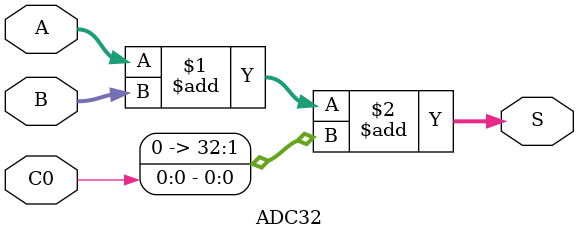
<source format=v>
`timescale 1ns / 1ps
module ADC32(input [31:0] A, 			//´ø½øÎ»µÄ32Î»¼Ó¼õÆ÷£¬¿¼ÂÇÎÞ·ûºÅÊý¼æÈÝ¡£ÔÚÉè¼ÆALUµÄsltÖ¸ÁîÉÏÓÐÇø±ð
				 input [31:0] B, 
				 input C0,		//×îµÍ½øÎ»ÊäÈë
				 output [32:0] S
				 );

	assign S = A + B + $signed({1'b0,C0});

endmodule

</source>
